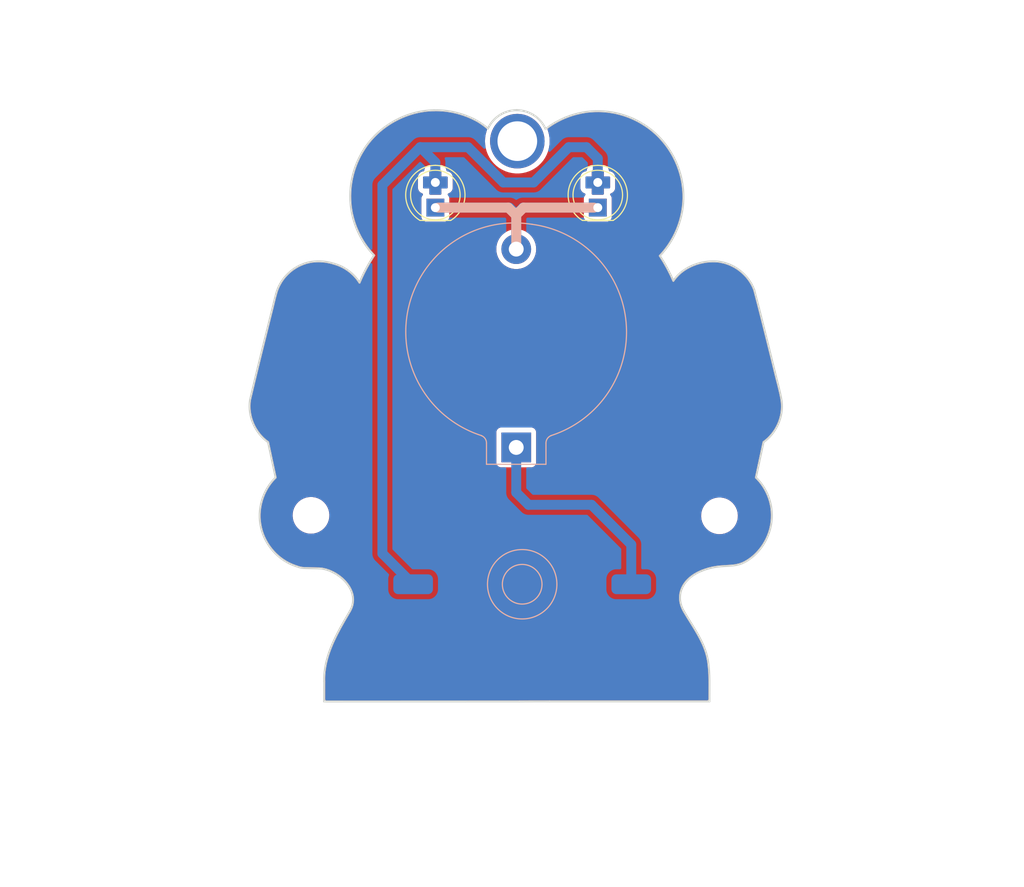
<source format=kicad_pcb>
(kicad_pcb (version 20221018) (generator pcbnew)
  (layers (0 "F.Cu" signal) (31 "B.Cu" signal) (34 "B.Paste" user) (35 "F.Paste" user) (36 "B.SilkS" user "B.Silkscreen") (37 "F.SilkS" user "F.Silkscreen") (38 "B.Mask" user) (39 "F.Mask" user) (44 "Edge.Cuts" user))
  (net 0 "")
  (net 1 "+3V0")
  (net 2 "GND")
  (net 3 "VCC")
  (footprint "blinkyparts:LED_D5.0mm_PLUS-Symbol" (layer "F.Cu") (at 85.725 51.816 90)
    (fp_text reference "D2" hide)
    (fp_text value "LED")
    (fp_line (start -1.29 -1.545) (end -1.29 1.545) (stroke (width 0.12)) (layer "F.SilkS"))
    (fp_arc (start -1.29 -1.54483) (mid 2.072002 -2.880433) (end 4.26 0.000462) (stroke (width 0.12)) (layer "F.SilkS"))
    (fp_arc (start 4.26 -0.000462) (mid 2.072002 2.880433) (end -1.29 1.54483) (stroke (width 0.12)) (layer "F.SilkS"))
    (fp_circle (center 1.27 0) (end 3.77 0) (stroke (width 0.12)) (fill none) (layer "F.SilkS"))
    (pad "1" thru_hole rect (at 0 0 90) (size 1.8 1.8) (drill 0.9) (layers "*.Cu" "*.Mask") (net 2 "GND"))
    (pad "2" thru_hole custom (at 2.54 0 90) (size 1.2192 1.2192) (drill 0.9) (layers "*.Cu" "*.Mask") (net 3 "VCC") (options (clearance outline) (anchor rect)) (primitives (gr_poly (pts (xy -0.508 -1.143) (xy 0.508 -1.143) (xy 0.508 -0.508) (xy 1.143 -0.508) (xy 1.143 0.508) (xy 0.508 0.508) (xy 0.508 1.143) (xy -0.508 1.143) (xy -0.508 0.508) (xy -1.143 0.508) (xy -1.143 -0.508) (xy -0.508 -0.508)) (width 0.2) (fill yes))))
  )
  (footprint "blinkyparts:LED_D5.0mm_PLUS-Symbol" (layer "F.Cu") (at 69.342 51.816 90)
    (fp_text reference "D1" hide)
    (fp_text value "LED")
    (fp_line (start -1.29 -1.545) (end -1.29 1.545) (stroke (width 0.12)) (layer "F.SilkS"))
    (fp_arc (start -1.29 -1.54483) (mid 2.072002 -2.880433) (end 4.26 0.000462) (stroke (width 0.12)) (layer "F.SilkS"))
    (fp_arc (start 4.26 -0.000462) (mid 2.072002 2.880433) (end -1.29 1.54483) (stroke (width 0.12)) (layer "F.SilkS"))
    (fp_circle (center 1.27 0) (end 3.77 0) (stroke (width 0.12)) (fill none) (layer "F.SilkS"))
    (pad "1" thru_hole rect (at 0 0 90) (size 1.8 1.8) (drill 0.9) (layers "*.Cu" "*.Mask") (net 2 "GND"))
    (pad "2" thru_hole custom (at 2.54 0 90) (size 1.2192 1.2192) (drill 0.9) (layers "*.Cu" "*.Mask") (net 3 "VCC") (options (clearance outline) (anchor rect)) (primitives (gr_poly (pts (xy -0.508 -1.143) (xy 0.508 -1.143) (xy 0.508 -0.508) (xy 1.143 -0.508) (xy 1.143 0.508) (xy 0.508 0.508) (xy 0.508 1.143) (xy -0.508 1.143) (xy -0.508 0.508) (xy -1.143 0.508) (xy -1.143 -0.508) (xy -0.508 -0.508)) (width 0.2) (fill yes))))
  )
  (footprint "blinkyparts:robi" (layer "F.Cu") (at 77.4 71.8)
    (fp_text reference "Ref**" hide)
    (fp_text value "Val**" hide)
  )
  (footprint "MountingHole:MountingHole_3.2mm_M3" (layer "F.Cu") (at 56.8 82.85)
    (fp_text reference "REF**" hide)
    (fp_text value "MountingHole_3.2mm_M3")
    (pad "" np_thru_hole circle (at 0 0) (size 3.1 3.1) (drill 3.2) (layers "F&B.Cu" "*.Mask"))
  )
  (footprint "MountingHole:MountingHole_3.2mm_M3" (layer "F.Cu") (at 98 82.9)
    (fp_text reference "REF**" hide)
    (fp_text value "MountingHole_3.2mm_M3")
    (pad "" np_thru_hole circle (at 0 0) (size 3.1 3.1) (drill 3.2) (layers "F&B.Cu" "*.Mask"))
  )
  (footprint "" (layer "F.Cu") (at 77.61 45.11)
    (fp_text reference "" (at 0 0) (layer "F.SilkS") (effects (font (size 1.27 1.27))))
    (fp_text value "" (at 0 0) (layer "F.SilkS") (effects (font (size 1.27 1.27))))
    (pad "" np_thru_hole circle (at 0 0) (size 5.5 5.5) (drill 4) (layers "*.Cu" "*.Mask"))
  )
  (footprint "blinkyparts:BatteryHolder_CR2032_schwarz" (layer "B.Cu") (at 77.5 76 90)
    (fp_text reference "Batterie")
    (fp_text value "Battery_Cell")
    (fp_line (start -1.7 -3) (end -1.7 3) (stroke (width 0.12)) (layer "B.SilkS"))
    (fp_line (start -1.7 -3) (end 0.441139 -3) (stroke (width 0.12)) (layer "B.SilkS"))
    (fp_line (start -1.7 3) (end 0.441139 3) (stroke (width 0.12)) (layer "B.SilkS"))
    (fp_arc (start 0.441139 3) (mid 0.900001 3.144678) (end 1.192893 3.526384) (stroke (width 0.12)) (layer "B.SilkS"))
    (fp_arc (start 1.191139 -3.5) (mid 14.212441 -10.839284) (end 22.5 1.6) (stroke (width 0.12)) (layer "B.SilkS"))
    (fp_arc (start 1.192893 -3.526384) (mid 0.9 -3.144679) (end 0.441139 -3) (stroke (width 0.12)) (layer "B.SilkS"))
    (fp_arc (start 22.5 1.6) (mid 12.606244 11.081109) (end 1.191139 3.5) (stroke (width 0.12)) (layer "B.SilkS"))
    (pad "1" thru_hole rect (at 0 0 90) (size 3 3) (drill 1.5) (layers "*.Cu" "*.Mask") (net 1 "+3V0"))
    (pad "2" thru_hole circle (at 20 0 90) (size 3 3) (drill 1.5) (layers "*.Cu" "*.Mask") (net 2 "GND"))
  )
  (footprint "blinkyparts:Push_Button" (layer "B.Cu") (at 66.1 89.8)
    (fp_text reference "SW1" hide)
    (fp_text value "SW_DIP_x01")
    (fp_circle (center 12 0) (end 14 0) (stroke (width 0.12)) (fill none) (layer "B.SilkS"))
    (fp_circle (center 12 0) (end 15.5 0) (stroke (width 0.12)) (fill none) (layer "B.SilkS"))
    (pad "1" smd roundrect (at 1 0) (size 4 2) (layers "B.Cu" "B.Paste" "B.Mask") (net 3 "VCC"))
    (pad "2" smd roundrect (at 23 0) (size 4 2) (layers "B.Cu" "B.Paste" "B.Mask") (net 1 "+3V0"))
  )
  (gr_line (start 85.344 51.816) (end 78.232 51.816) (stroke (width 1)) (layer "B.SilkS"))
  (gr_line (start 76.708 51.816) (end 77.47 52.578) (stroke (width 1)) (layer "B.SilkS"))
  (gr_line (start 78.232 51.816) (end 77.724 52.324) (stroke (width 1)) (layer "B.SilkS"))
  (gr_line (start 76.708 51.816) (end 69.596 51.816) (stroke (width 1)) (layer "B.SilkS"))
  (gr_line (start 77.5 52.324) (end 77.5 56) (stroke (width 1)) (layer "B.SilkS"))
  (gr_curve (pts (xy 94.327742 49.964855) (xy 94.104124 47.340828) (xy 92.608726 44.849155) (xy 90.375751 43.449539)) (stroke (width 0.2)) (layer "Edge.Cuts"))
  (gr_curve (pts (xy 101.673608 79.033767) (xy 101.929563 77.844237) (xy 102.185292 76.654875) (xy 102.441247 75.465346)) (stroke (width 0.2)) (layer "Edge.Cuts"))
  (gr_curve (pts (xy 104.268962 71.324412) (xy 104.111649 70.313546) (xy 103.805416 69.334649) (xy 103.575975 68.339315)) (stroke (width 0.2)) (layer "Edge.Cuts"))
  (gr_curve (pts (xy 103.575975 68.339315) (xy 103.215571 66.860266) (xy 102.842537 65.384103) (xy 102.476257 63.906462)) (stroke (width 0.2)) (layer "Edge.Cuts"))
  (gr_curve (pts (xy 94.407544 92.527455) (xy 93.498026 90.960088) (xy 94.200757 89.245358) (xy 96.229079 88.434916)) (stroke (width 0.2)) (layer "Edge.Cuts"))
  (gr_curve (pts (xy 61.695056 59.378464) (xy 61.116067 58.461739) (xy 60.190872 57.771673) (xy 59.147068 57.480729)) (stroke (width 0.2)) (layer "Edge.Cuts"))
  (gr_curve (pts (xy 102.476257 63.906462) (xy 102.157323 62.636817) (xy 101.837973 61.366465) (xy 101.499588 60.101725)) (stroke (width 0.2)) (layer "Edge.Cuts"))
  (gr_curve (pts (xy 52.47308 75.471112) (xy 52.721293 76.660115) (xy 52.980792 77.8468) (xy 53.233512 79.034899)) (stroke (width 0.2)) (layer "Edge.Cuts"))
  (gr_curve (pts (xy 52.811336 62.373343) (xy 52.083707 65.320531) (xy 51.338953 68.263527) (xy 50.65 71.22)) (stroke (width 0.2)) (layer "Edge.Cuts"))
  (gr_curve (pts (xy 63.165465 56.627109) (xy 62.593419 57.4971) (xy 62.099183 58.418593) (xy 61.695056 59.378464)) (stroke (width 0.2)) (layer "Edge.Cuts"))
  (gr_curve (pts (xy 101.499588 60.101725) (xy 100.920489 58.549044) (xy 99.40982 57.386661) (xy 97.757666 57.24637)) (stroke (width 0.2)) (layer "Edge.Cuts"))
  (gr_line (start 80.871648 101.610942) (end 96.986937 101.610942) (stroke (width 0.2)) (layer "Edge.Cuts"))
  (gr_curve (pts (xy 53.233512 79.034899) (xy 51.921157 80.312959) (xy 51.330162 82.295153) (xy 51.758985 84.080939)) (stroke (width 0.2)) (layer "Edge.Cuts"))
  (gr_curve (pts (xy 62.14349 45.941924) (xy 60.828601 47.966789) (xy 60.411223 50.558505) (xy 61.052009 52.889818)) (stroke (width 0.2)) (layer "Edge.Cuts"))
  (gr_curve (pts (xy 60.711694 92.539399) (xy 59.451132 94.690805) (xy 58.055285 97.026852) (xy 58.132815 99.591291)) (stroke (width 0.2)) (layer "Edge.Cuts"))
  (gr_curve (pts (xy 94.065683 58.393969) (xy 93.792919 58.628178) (xy 93.550977 58.897634) (xy 93.343866 59.191471)) (stroke (width 0.2)) (layer "Edge.Cuts"))
  (gr_curve (pts (xy 96.986937 101.610942) (xy 96.960767 100.199426) (xy 97.065367 98.773728) (xy 96.814463 97.376307)) (stroke (width 0.2)) (layer "Edge.Cuts"))
  (gr_curve (pts (xy 103.245442 83.502146) (xy 103.362606 82.558273) (xy 103.218102 81.584613) (xy 102.831503 80.71578)) (stroke (width 0.2)) (layer "Edge.Cuts"))
  (gr_curve (pts (xy 61.052009 52.889818) (xy 61.431424 54.285457) (xy 62.160077 55.587182) (xy 63.165465 56.627109)) (stroke (width 0.2)) (layer "Edge.Cuts"))
  (gr_curve (pts (xy 77.810355 101.616142) (xy 78.830777 101.605092) (xy 79.851178 101.613842) (xy 80.871648 101.610942)) (stroke (width 0.2)) (layer "Edge.Cuts"))
  (gr_curve (pts (xy 59.147068 57.480729) (xy 58.116659 57.151751) (xy 56.966285 57.121921) (xy 55.95243 57.527581)) (stroke (width 0.2)) (layer "Edge.Cuts"))
  (gr_curve (pts (xy 73.274526 42.919759) (xy 72.020812 42.288357) (xy 70.613112 41.963471) (xy 69.209277 41.995089)) (stroke (width 0.2)) (layer "Edge.Cuts"))
  (gr_curve (pts (xy 96.814463 97.376307) (xy 96.471473 95.581262) (xy 95.317061 94.094821) (xy 94.407544 92.527455)) (stroke (width 0.2)) (layer "Edge.Cuts"))
  (gr_curve (pts (xy 58.132815 99.591291) (xy 58.131365 100.267865) (xy 58.130275 100.944768) (xy 58.128705 101.621342)) (stroke (width 0.2)) (layer "Edge.Cuts"))
  (gr_curve (pts (xy 93.343866 59.191471) (xy 92.962553 58.315141) (xy 92.505909 57.472124) (xy 91.98312 56.672313)) (stroke (width 0.2)) (layer "Edge.Cuts"))
  (gr_curve (pts (xy 102.441247 75.465346) (xy 103.731741 74.548275) (xy 104.476369 72.900489) (xy 104.268962 71.324412)) (stroke (width 0.2)) (layer "Edge.Cuts"))
  (gr_curve (pts (xy 102.831503 80.71578) (xy 102.556814 80.088273) (xy 102.162719 79.513144) (xy 101.673608 79.033767)) (stroke (width 0.2)) (layer "Edge.Cuts"))
  (gr_curve (pts (xy 83.751705 42.31687) (xy 82.558467 42.594821) (xy 81.430153 43.138635) (xy 80.459759 43.886646)) (stroke (width 0.2)) (layer "Edge.Cuts"))
  (gr_curve (pts (xy 53.284997 60.48745) (xy 53.104871 61.111324) (xy 52.979521 61.747373) (xy 52.811336 62.373343)) (stroke (width 0.2)) (layer "Edge.Cuts"))
  (gr_curve (pts (xy 55.95243 57.527581) (xy 54.668183 58.025253) (xy 53.63884 59.151643) (xy 53.284997 60.48745)) (stroke (width 0.2)) (layer "Edge.Cuts"))
  (gr_curve (pts (xy 51.758985 84.080939) (xy 52.158241 85.847284) (xy 53.507091 87.374672) (xy 55.225463 87.954151)) (stroke (width 0.2)) (layer "Edge.Cuts"))
  (gr_curve (pts (xy 80.459759 43.886646) (xy 79.950467 42.72996) (xy 78.805973 41.983322) (xy 77.54211 41.983248)) (stroke (width 0.2)) (layer "Edge.Cuts"))
  (gr_curve (pts (xy 55.225463 87.954151) (xy 55.983712 88.215994) (xy 55.809387 88.150866) (xy 57.604066 88.198189)) (stroke (width 0.2)) (layer "Edge.Cuts"))
  (gr_curve (pts (xy 96.229079 88.434916) (xy 98.257402 87.624474) (xy 99.380502 88.288281) (xy 100.724741 87.462881)) (stroke (width 0.2)) (layer "Edge.Cuts"))
  (gr_curve (pts (xy 97.757666 57.24637) (xy 96.443821 57.15269) (xy 95.080304 57.539772) (xy 94.065683 58.393969)) (stroke (width 0.2)) (layer "Edge.Cuts"))
  (gr_curve (pts (xy 77.54211 41.983248) (xy 76.296463 41.983995) (xy 75.165335 42.710129) (xy 74.646084 43.842369)) (stroke (width 0.2)) (layer "Edge.Cuts"))
  (gr_curve (pts (xy 50.65 71.22) (xy 50.40493 72.82878) (xy 51.146456 74.536141) (xy 52.47308 75.471112)) (stroke (width 0.2)) (layer "Edge.Cuts"))
  (gr_curve (pts (xy 74.646084 43.842369) (xy 74.216641 43.477977) (xy 73.757503 43.160324) (xy 73.274526 42.919759)) (stroke (width 0.2)) (layer "Edge.Cuts"))
  (gr_curve (pts (xy 58.128705 101.621342) (xy 64.68933 101.620242) (xy 71.249745 101.622842) (xy 77.810355 101.616142)) (stroke (width 0.2)) (layer "Edge.Cuts"))
  (gr_curve (pts (xy 57.604066 88.198189) (xy 59.398744 88.245509) (xy 61.972256 90.387992) (xy 60.711694 92.539399)) (stroke (width 0.2)) (layer "Edge.Cuts"))
  (gr_curve (pts (xy 91.98312 56.672313) (xy 93.668142 54.906595) (xy 94.557025 52.399457) (xy 94.327742 49.964855)) (stroke (width 0.2)) (layer "Edge.Cuts"))
  (gr_curve (pts (xy 69.209277 41.995089) (xy 66.398795 42.039665) (xy 63.653472 43.565995) (xy 62.14349 45.941924)) (stroke (width 0.2)) (layer "Edge.Cuts"))
  (gr_curve (pts (xy 100.724741 87.462881) (xy 102.115664 86.62516) (xy 103.053428 85.109217) (xy 103.245442 83.502146)) (stroke (width 0.2)) (layer "Edge.Cuts"))
  (gr_curve (pts (xy 90.375751 43.449539) (xy 88.441498 42.199441) (xy 85.990932 41.769528) (xy 83.751705 42.31687)) (stroke (width 0.2)) (layer "Edge.Cuts"))
  (segment (start 77.5 76) (end 77.5 80.548) (width 1) (layer "B.Cu") (net 1))
  (segment (start 89.1 85.798) (end 89.1 89.8) (width 1) (layer "B.Cu") (net 1))
  (segment (start 78.74 81.788) (end 85.09 81.788) (width 1) (layer "B.Cu") (net 1))
  (segment (start 85.09 81.788) (end 89.1 85.798) (width 1) (layer "B.Cu") (net 1))
  (segment (start 77.5 80.548) (end 78.74 81.788) (width 1) (layer "B.Cu") (net 1))
  (segment (start 77.5 52.5) (end 76.816 51.816) (width 1) (layer "B.Cu") (net 2))
  (segment (start 77.5 56) (end 77.5 52.5) (width 1) (layer "B.Cu") (net 2))
  (segment (start 76.816 51.816) (end 69.342 51.816) (width 1) (layer "B.Cu") (net 2))
  (segment (start 77.5 52.5) (end 77.1 52.1) (width 1) (layer "B.Cu") (net 2))
  (segment (start 78.184 51.816) (end 85.725 51.816) (width 1) (layer "B.Cu") (net 2))
  (segment (start 77.5 52.5) (end 78.184 51.816) (width 1) (layer "B.Cu") (net 2))
  (segment (start 77.1 56) (end 77.5 56.4) (width 1) (layer "B.Cu") (net 2))
  (segment (start 64 86.7) (end 67.1 89.8) (width 1) (layer "B.Cu") (net 3))
  (segment (start 67.818 45.72) (end 64 49.538) (width 1) (layer "B.Cu") (net 3))
  (segment (start 79.248 49.276) (end 76.2 49.276) (width 1) (layer "B.Cu") (net 3))
  (segment (start 69.342 49.276) (end 69.342 47.244) (width 1) (layer "B.Cu") (net 3))
  (segment (start 69.342 47.244) (end 67.818 45.72) (width 1) (layer "B.Cu") (net 3))
  (segment (start 85.725 46.863) (end 84.582 45.72) (width 1) (layer "B.Cu") (net 3))
  (segment (start 82.804 45.72) (end 79.248 49.276) (width 1) (layer "B.Cu") (net 3))
  (segment (start 76.2 49.276) (end 72.644 45.72) (width 1) (layer "B.Cu") (net 3))
  (segment (start 84.582 45.72) (end 82.804 45.72) (width 1) (layer "B.Cu") (net 3))
  (segment (start 64 49.538) (end 64 86.7) (width 1) (layer "B.Cu") (net 3))
  (segment (start 72.644 45.72) (end 67.818 45.72) (width 1) (layer "B.Cu") (net 3))
  (segment (start 85.725 49.276) (end 85.725 46.863) (width 1) (layer "B.Cu") (net 3))
  (zone (net 0) (net_name "") (layer "F.Cu") (connect_pads (clearance 0.508)) (min_thickness 0.25) (fill yes (thermal_gap 0.5) (thermal_bridge_width 0.5) (island_removal_mode 1) (island_area_min 10))
    (polygon (pts (xy 46.5 41.4) (xy 45.1 109) (xy 114.3 101.6) (xy 111.4 37.1) (xy 55.3 36.8)))
  )
  (zone (net 0) (net_name "") (layer "B.Cu") (priority 1) (connect_pads (clearance 0.508)) (min_thickness 0.25) (fill yes (thermal_gap 0.5) (thermal_bridge_width 0.5) (island_removal_mode 1) (island_area_min 10))
    (polygon (pts (xy 82.934579 30.874734) (xy 128.734579 91.974734) (xy 96.734579 120.374734) (xy 25.434579 93.174734) (xy 62.134579 31.274734)))
  )
)
</source>
